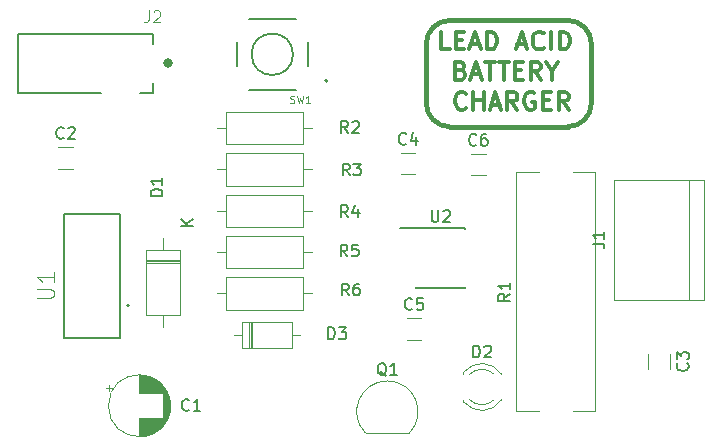
<source format=gbr>
G04 #@! TF.GenerationSoftware,KiCad,Pcbnew,(5.0.1)-3*
G04 #@! TF.CreationDate,2021-02-18T11:14:39+05:45*
G04 #@! TF.ProjectId,Battery-Charger,426174746572792D436861726765722E,rev?*
G04 #@! TF.SameCoordinates,Original*
G04 #@! TF.FileFunction,Legend,Top*
G04 #@! TF.FilePolarity,Positive*
%FSLAX46Y46*%
G04 Gerber Fmt 4.6, Leading zero omitted, Abs format (unit mm)*
G04 Created by KiCad (PCBNEW (5.0.1)-3) date 2/18/2021 11:14:39 AM*
%MOMM*%
%LPD*%
G01*
G04 APERTURE LIST*
%ADD10C,0.400000*%
%ADD11C,0.300000*%
%ADD12C,0.120000*%
%ADD13C,0.127000*%
%ADD14C,0.200000*%
%ADD15C,0.150000*%
%ADD16C,0.015000*%
G04 APERTURE END LIST*
D10*
X157780000Y-68880000D02*
X167780000Y-68880000D01*
X155780000Y-75880000D02*
X155780000Y-70880000D01*
X167780000Y-77880000D02*
X157780000Y-77880000D01*
X169780000Y-75880000D02*
X169780000Y-70880000D01*
X157780000Y-77880000D02*
G75*
G02X155780000Y-75880000I0J2000000D01*
G01*
X169780000Y-75880000D02*
G75*
G02X167780000Y-77880000I-2000000J0D01*
G01*
X167780000Y-68880000D02*
G75*
G02X169780000Y-70880000I0J-2000000D01*
G01*
X155780000Y-70880000D02*
G75*
G02X157780000Y-68880000I2000000J0D01*
G01*
D11*
X157790000Y-71338571D02*
X157075714Y-71338571D01*
X157075714Y-69838571D01*
X158290000Y-70552857D02*
X158790000Y-70552857D01*
X159004285Y-71338571D02*
X158290000Y-71338571D01*
X158290000Y-69838571D01*
X159004285Y-69838571D01*
X159575714Y-70910000D02*
X160290000Y-70910000D01*
X159432857Y-71338571D02*
X159932857Y-69838571D01*
X160432857Y-71338571D01*
X160932857Y-71338571D02*
X160932857Y-69838571D01*
X161290000Y-69838571D01*
X161504285Y-69910000D01*
X161647142Y-70052857D01*
X161718571Y-70195714D01*
X161790000Y-70481428D01*
X161790000Y-70695714D01*
X161718571Y-70981428D01*
X161647142Y-71124285D01*
X161504285Y-71267142D01*
X161290000Y-71338571D01*
X160932857Y-71338571D01*
X163504285Y-70910000D02*
X164218571Y-70910000D01*
X163361428Y-71338571D02*
X163861428Y-69838571D01*
X164361428Y-71338571D01*
X165718571Y-71195714D02*
X165647142Y-71267142D01*
X165432857Y-71338571D01*
X165290000Y-71338571D01*
X165075714Y-71267142D01*
X164932857Y-71124285D01*
X164861428Y-70981428D01*
X164790000Y-70695714D01*
X164790000Y-70481428D01*
X164861428Y-70195714D01*
X164932857Y-70052857D01*
X165075714Y-69910000D01*
X165290000Y-69838571D01*
X165432857Y-69838571D01*
X165647142Y-69910000D01*
X165718571Y-69981428D01*
X166361428Y-71338571D02*
X166361428Y-69838571D01*
X167075714Y-71338571D02*
X167075714Y-69838571D01*
X167432857Y-69838571D01*
X167647142Y-69910000D01*
X167790000Y-70052857D01*
X167861428Y-70195714D01*
X167932857Y-70481428D01*
X167932857Y-70695714D01*
X167861428Y-70981428D01*
X167790000Y-71124285D01*
X167647142Y-71267142D01*
X167432857Y-71338571D01*
X167075714Y-71338571D01*
X158718571Y-73102857D02*
X158932857Y-73174285D01*
X159004285Y-73245714D01*
X159075714Y-73388571D01*
X159075714Y-73602857D01*
X159004285Y-73745714D01*
X158932857Y-73817142D01*
X158790000Y-73888571D01*
X158218571Y-73888571D01*
X158218571Y-72388571D01*
X158718571Y-72388571D01*
X158861428Y-72460000D01*
X158932857Y-72531428D01*
X159004285Y-72674285D01*
X159004285Y-72817142D01*
X158932857Y-72960000D01*
X158861428Y-73031428D01*
X158718571Y-73102857D01*
X158218571Y-73102857D01*
X159647142Y-73460000D02*
X160361428Y-73460000D01*
X159504285Y-73888571D02*
X160004285Y-72388571D01*
X160504285Y-73888571D01*
X160790000Y-72388571D02*
X161647142Y-72388571D01*
X161218571Y-73888571D02*
X161218571Y-72388571D01*
X161932857Y-72388571D02*
X162790000Y-72388571D01*
X162361428Y-73888571D02*
X162361428Y-72388571D01*
X163290000Y-73102857D02*
X163790000Y-73102857D01*
X164004285Y-73888571D02*
X163290000Y-73888571D01*
X163290000Y-72388571D01*
X164004285Y-72388571D01*
X165504285Y-73888571D02*
X165004285Y-73174285D01*
X164647142Y-73888571D02*
X164647142Y-72388571D01*
X165218571Y-72388571D01*
X165361428Y-72460000D01*
X165432857Y-72531428D01*
X165504285Y-72674285D01*
X165504285Y-72888571D01*
X165432857Y-73031428D01*
X165361428Y-73102857D01*
X165218571Y-73174285D01*
X164647142Y-73174285D01*
X166432857Y-73174285D02*
X166432857Y-73888571D01*
X165932857Y-72388571D02*
X166432857Y-73174285D01*
X166932857Y-72388571D01*
X159147142Y-76295714D02*
X159075714Y-76367142D01*
X158861428Y-76438571D01*
X158718571Y-76438571D01*
X158504285Y-76367142D01*
X158361428Y-76224285D01*
X158290000Y-76081428D01*
X158218571Y-75795714D01*
X158218571Y-75581428D01*
X158290000Y-75295714D01*
X158361428Y-75152857D01*
X158504285Y-75010000D01*
X158718571Y-74938571D01*
X158861428Y-74938571D01*
X159075714Y-75010000D01*
X159147142Y-75081428D01*
X159790000Y-76438571D02*
X159790000Y-74938571D01*
X159790000Y-75652857D02*
X160647142Y-75652857D01*
X160647142Y-76438571D02*
X160647142Y-74938571D01*
X161290000Y-76010000D02*
X162004285Y-76010000D01*
X161147142Y-76438571D02*
X161647142Y-74938571D01*
X162147142Y-76438571D01*
X163504285Y-76438571D02*
X163004285Y-75724285D01*
X162647142Y-76438571D02*
X162647142Y-74938571D01*
X163218571Y-74938571D01*
X163361428Y-75010000D01*
X163432857Y-75081428D01*
X163504285Y-75224285D01*
X163504285Y-75438571D01*
X163432857Y-75581428D01*
X163361428Y-75652857D01*
X163218571Y-75724285D01*
X162647142Y-75724285D01*
X164932857Y-75010000D02*
X164790000Y-74938571D01*
X164575714Y-74938571D01*
X164361428Y-75010000D01*
X164218571Y-75152857D01*
X164147142Y-75295714D01*
X164075714Y-75581428D01*
X164075714Y-75795714D01*
X164147142Y-76081428D01*
X164218571Y-76224285D01*
X164361428Y-76367142D01*
X164575714Y-76438571D01*
X164718571Y-76438571D01*
X164932857Y-76367142D01*
X165004285Y-76295714D01*
X165004285Y-75795714D01*
X164718571Y-75795714D01*
X165647142Y-75652857D02*
X166147142Y-75652857D01*
X166361428Y-76438571D02*
X165647142Y-76438571D01*
X165647142Y-74938571D01*
X166361428Y-74938571D01*
X167861428Y-76438571D02*
X167361428Y-75724285D01*
X167004285Y-76438571D02*
X167004285Y-74938571D01*
X167575714Y-74938571D01*
X167718571Y-75010000D01*
X167790000Y-75081428D01*
X167861428Y-75224285D01*
X167861428Y-75438571D01*
X167790000Y-75581428D01*
X167718571Y-75652857D01*
X167575714Y-75724285D01*
X167004285Y-75724285D01*
D12*
G04 #@! TO.C,C1*
X128945225Y-99775000D02*
X128945225Y-100275000D01*
X128695225Y-100025000D02*
X129195225Y-100025000D01*
X134101000Y-101216000D02*
X134101000Y-101784000D01*
X134061000Y-100982000D02*
X134061000Y-102018000D01*
X134021000Y-100823000D02*
X134021000Y-102177000D01*
X133981000Y-100695000D02*
X133981000Y-102305000D01*
X133941000Y-100585000D02*
X133941000Y-102415000D01*
X133901000Y-100489000D02*
X133901000Y-102511000D01*
X133861000Y-100402000D02*
X133861000Y-102598000D01*
X133821000Y-100322000D02*
X133821000Y-102678000D01*
X133781000Y-100249000D02*
X133781000Y-102751000D01*
X133741000Y-100181000D02*
X133741000Y-102819000D01*
X133701000Y-100117000D02*
X133701000Y-102883000D01*
X133661000Y-100057000D02*
X133661000Y-102943000D01*
X133621000Y-100000000D02*
X133621000Y-103000000D01*
X133581000Y-99946000D02*
X133581000Y-103054000D01*
X133541000Y-99895000D02*
X133541000Y-103105000D01*
X133501000Y-102540000D02*
X133501000Y-103153000D01*
X133501000Y-99847000D02*
X133501000Y-100460000D01*
X133461000Y-102540000D02*
X133461000Y-103199000D01*
X133461000Y-99801000D02*
X133461000Y-100460000D01*
X133421000Y-102540000D02*
X133421000Y-103243000D01*
X133421000Y-99757000D02*
X133421000Y-100460000D01*
X133381000Y-102540000D02*
X133381000Y-103285000D01*
X133381000Y-99715000D02*
X133381000Y-100460000D01*
X133341000Y-102540000D02*
X133341000Y-103326000D01*
X133341000Y-99674000D02*
X133341000Y-100460000D01*
X133301000Y-102540000D02*
X133301000Y-103364000D01*
X133301000Y-99636000D02*
X133301000Y-100460000D01*
X133261000Y-102540000D02*
X133261000Y-103401000D01*
X133261000Y-99599000D02*
X133261000Y-100460000D01*
X133221000Y-102540000D02*
X133221000Y-103437000D01*
X133221000Y-99563000D02*
X133221000Y-100460000D01*
X133181000Y-102540000D02*
X133181000Y-103471000D01*
X133181000Y-99529000D02*
X133181000Y-100460000D01*
X133141000Y-102540000D02*
X133141000Y-103504000D01*
X133141000Y-99496000D02*
X133141000Y-100460000D01*
X133101000Y-102540000D02*
X133101000Y-103535000D01*
X133101000Y-99465000D02*
X133101000Y-100460000D01*
X133061000Y-102540000D02*
X133061000Y-103565000D01*
X133061000Y-99435000D02*
X133061000Y-100460000D01*
X133021000Y-102540000D02*
X133021000Y-103595000D01*
X133021000Y-99405000D02*
X133021000Y-100460000D01*
X132981000Y-102540000D02*
X132981000Y-103622000D01*
X132981000Y-99378000D02*
X132981000Y-100460000D01*
X132941000Y-102540000D02*
X132941000Y-103649000D01*
X132941000Y-99351000D02*
X132941000Y-100460000D01*
X132901000Y-102540000D02*
X132901000Y-103675000D01*
X132901000Y-99325000D02*
X132901000Y-100460000D01*
X132861000Y-102540000D02*
X132861000Y-103700000D01*
X132861000Y-99300000D02*
X132861000Y-100460000D01*
X132821000Y-102540000D02*
X132821000Y-103724000D01*
X132821000Y-99276000D02*
X132821000Y-100460000D01*
X132781000Y-102540000D02*
X132781000Y-103747000D01*
X132781000Y-99253000D02*
X132781000Y-100460000D01*
X132741000Y-102540000D02*
X132741000Y-103768000D01*
X132741000Y-99232000D02*
X132741000Y-100460000D01*
X132701000Y-102540000D02*
X132701000Y-103790000D01*
X132701000Y-99210000D02*
X132701000Y-100460000D01*
X132661000Y-102540000D02*
X132661000Y-103810000D01*
X132661000Y-99190000D02*
X132661000Y-100460000D01*
X132621000Y-102540000D02*
X132621000Y-103829000D01*
X132621000Y-99171000D02*
X132621000Y-100460000D01*
X132581000Y-102540000D02*
X132581000Y-103848000D01*
X132581000Y-99152000D02*
X132581000Y-100460000D01*
X132541000Y-102540000D02*
X132541000Y-103865000D01*
X132541000Y-99135000D02*
X132541000Y-100460000D01*
X132501000Y-102540000D02*
X132501000Y-103882000D01*
X132501000Y-99118000D02*
X132501000Y-100460000D01*
X132461000Y-102540000D02*
X132461000Y-103898000D01*
X132461000Y-99102000D02*
X132461000Y-100460000D01*
X132421000Y-102540000D02*
X132421000Y-103914000D01*
X132421000Y-99086000D02*
X132421000Y-100460000D01*
X132381000Y-102540000D02*
X132381000Y-103928000D01*
X132381000Y-99072000D02*
X132381000Y-100460000D01*
X132341000Y-102540000D02*
X132341000Y-103942000D01*
X132341000Y-99058000D02*
X132341000Y-100460000D01*
X132301000Y-102540000D02*
X132301000Y-103955000D01*
X132301000Y-99045000D02*
X132301000Y-100460000D01*
X132261000Y-102540000D02*
X132261000Y-103968000D01*
X132261000Y-99032000D02*
X132261000Y-100460000D01*
X132221000Y-102540000D02*
X132221000Y-103980000D01*
X132221000Y-99020000D02*
X132221000Y-100460000D01*
X132180000Y-102540000D02*
X132180000Y-103991000D01*
X132180000Y-99009000D02*
X132180000Y-100460000D01*
X132140000Y-102540000D02*
X132140000Y-104001000D01*
X132140000Y-98999000D02*
X132140000Y-100460000D01*
X132100000Y-102540000D02*
X132100000Y-104011000D01*
X132100000Y-98989000D02*
X132100000Y-100460000D01*
X132060000Y-102540000D02*
X132060000Y-104020000D01*
X132060000Y-98980000D02*
X132060000Y-100460000D01*
X132020000Y-102540000D02*
X132020000Y-104028000D01*
X132020000Y-98972000D02*
X132020000Y-100460000D01*
X131980000Y-102540000D02*
X131980000Y-104036000D01*
X131980000Y-98964000D02*
X131980000Y-100460000D01*
X131940000Y-102540000D02*
X131940000Y-104043000D01*
X131940000Y-98957000D02*
X131940000Y-100460000D01*
X131900000Y-102540000D02*
X131900000Y-104050000D01*
X131900000Y-98950000D02*
X131900000Y-100460000D01*
X131860000Y-102540000D02*
X131860000Y-104056000D01*
X131860000Y-98944000D02*
X131860000Y-100460000D01*
X131820000Y-102540000D02*
X131820000Y-104061000D01*
X131820000Y-98939000D02*
X131820000Y-100460000D01*
X131780000Y-102540000D02*
X131780000Y-104065000D01*
X131780000Y-98935000D02*
X131780000Y-100460000D01*
X131740000Y-102540000D02*
X131740000Y-104069000D01*
X131740000Y-98931000D02*
X131740000Y-100460000D01*
X131700000Y-102540000D02*
X131700000Y-104073000D01*
X131700000Y-98927000D02*
X131700000Y-100460000D01*
X131660000Y-102540000D02*
X131660000Y-104076000D01*
X131660000Y-98924000D02*
X131660000Y-100460000D01*
X131620000Y-102540000D02*
X131620000Y-104078000D01*
X131620000Y-98922000D02*
X131620000Y-100460000D01*
X131580000Y-102540000D02*
X131580000Y-104079000D01*
X131580000Y-98921000D02*
X131580000Y-100460000D01*
X131540000Y-98920000D02*
X131540000Y-100460000D01*
X131540000Y-102540000D02*
X131540000Y-104080000D01*
X131500000Y-98920000D02*
X131500000Y-100460000D01*
X131500000Y-102540000D02*
X131500000Y-104080000D01*
X134120000Y-101500000D02*
G75*
G03X134120000Y-101500000I-2620000J0D01*
G01*
G04 #@! TO.C,D1*
X134970000Y-88360000D02*
X132030000Y-88360000D01*
X132030000Y-88360000D02*
X132030000Y-93800000D01*
X132030000Y-93800000D02*
X134970000Y-93800000D01*
X134970000Y-93800000D02*
X134970000Y-88360000D01*
X133500000Y-87340000D02*
X133500000Y-88360000D01*
X133500000Y-94820000D02*
X133500000Y-93800000D01*
X134970000Y-89260000D02*
X132030000Y-89260000D01*
X134970000Y-89380000D02*
X132030000Y-89380000D01*
X134970000Y-89140000D02*
X132030000Y-89140000D01*
G04 #@! TO.C,D2*
X162172335Y-98841392D02*
G75*
G03X158940000Y-98684484I-1672335J-1078608D01*
G01*
X162172335Y-100998608D02*
G75*
G02X158940000Y-101155516I-1672335J1078608D01*
G01*
X161541130Y-98840163D02*
G75*
G03X159459039Y-98840000I-1041130J-1079837D01*
G01*
X161541130Y-100999837D02*
G75*
G02X159459039Y-101000000I-1041130J1079837D01*
G01*
X158940000Y-98684000D02*
X158940000Y-98840000D01*
X158940000Y-101000000D02*
X158940000Y-101156000D01*
G04 #@! TO.C,D3*
X140190000Y-94380000D02*
X140190000Y-96620000D01*
X140190000Y-96620000D02*
X144430000Y-96620000D01*
X144430000Y-96620000D02*
X144430000Y-94380000D01*
X144430000Y-94380000D02*
X140190000Y-94380000D01*
X139540000Y-95500000D02*
X140190000Y-95500000D01*
X145080000Y-95500000D02*
X144430000Y-95500000D01*
X140910000Y-94380000D02*
X140910000Y-96620000D01*
X141030000Y-94380000D02*
X141030000Y-96620000D01*
X140790000Y-94380000D02*
X140790000Y-96620000D01*
G04 #@! TO.C,J1*
X178040000Y-82380000D02*
X178040000Y-92540000D01*
X179310000Y-82380000D02*
X171690000Y-82380000D01*
X171690000Y-82380000D02*
X171690000Y-92540000D01*
X171690000Y-92540000D02*
X179310000Y-92540000D01*
X179310000Y-92540000D02*
X179310000Y-82380000D01*
D13*
G04 #@! TO.C,J2*
X121220000Y-75000000D02*
X121220000Y-70000000D01*
X121220000Y-70000000D02*
X132620000Y-70000000D01*
X132620000Y-75000000D02*
X131570000Y-75000000D01*
X132620000Y-70000000D02*
X132620000Y-70850000D01*
X128270000Y-75000000D02*
X121220000Y-75000000D01*
X132620000Y-74150000D02*
X132620000Y-75000000D01*
D10*
X134120000Y-72500000D02*
G75*
G03X134120000Y-72500000I-200000J0D01*
G01*
D12*
G04 #@! TO.C,Q1*
X150700000Y-103850000D02*
X154300000Y-103850000D01*
X150661522Y-103838478D02*
G75*
G02X152500000Y-99400000I1838478J1838478D01*
G01*
X154338478Y-103838478D02*
G75*
G03X152500000Y-99400000I-1838478J1838478D01*
G01*
G04 #@! TO.C,R2*
X146120000Y-78000000D02*
X145350000Y-78000000D01*
X138040000Y-78000000D02*
X138810000Y-78000000D01*
X145350000Y-76630000D02*
X138810000Y-76630000D01*
X145350000Y-79370000D02*
X145350000Y-76630000D01*
X138810000Y-79370000D02*
X145350000Y-79370000D01*
X138810000Y-76630000D02*
X138810000Y-79370000D01*
G04 #@! TO.C,R3*
X138810000Y-80130000D02*
X138810000Y-82870000D01*
X138810000Y-82870000D02*
X145350000Y-82870000D01*
X145350000Y-82870000D02*
X145350000Y-80130000D01*
X145350000Y-80130000D02*
X138810000Y-80130000D01*
X138040000Y-81500000D02*
X138810000Y-81500000D01*
X146120000Y-81500000D02*
X145350000Y-81500000D01*
G04 #@! TO.C,R4*
X138810000Y-83630000D02*
X138810000Y-86370000D01*
X138810000Y-86370000D02*
X145350000Y-86370000D01*
X145350000Y-86370000D02*
X145350000Y-83630000D01*
X145350000Y-83630000D02*
X138810000Y-83630000D01*
X138040000Y-85000000D02*
X138810000Y-85000000D01*
X146120000Y-85000000D02*
X145350000Y-85000000D01*
G04 #@! TO.C,R5*
X138810000Y-87130000D02*
X138810000Y-89870000D01*
X138810000Y-89870000D02*
X145350000Y-89870000D01*
X145350000Y-89870000D02*
X145350000Y-87130000D01*
X145350000Y-87130000D02*
X138810000Y-87130000D01*
X138040000Y-88500000D02*
X138810000Y-88500000D01*
X146120000Y-88500000D02*
X145350000Y-88500000D01*
G04 #@! TO.C,R6*
X146120000Y-92000000D02*
X145350000Y-92000000D01*
X138040000Y-92000000D02*
X138810000Y-92000000D01*
X145350000Y-90630000D02*
X138810000Y-90630000D01*
X145350000Y-93370000D02*
X145350000Y-90630000D01*
X138810000Y-93370000D02*
X145350000Y-93370000D01*
X138810000Y-90630000D02*
X138810000Y-93370000D01*
D13*
G04 #@! TO.C,U1*
X125140000Y-95770000D02*
X129840000Y-95770000D01*
X129840000Y-95770000D02*
X129840000Y-85230000D01*
X129840000Y-85230000D02*
X125140000Y-85230000D01*
X125140000Y-85230000D02*
X125140000Y-95770000D01*
D14*
X130640000Y-93040000D02*
G75*
G03X130640000Y-93040000I-100000J0D01*
G01*
D15*
G04 #@! TO.C,U2*
X154925000Y-86425000D02*
X154925000Y-86475000D01*
X159075000Y-86425000D02*
X159075000Y-86570000D01*
X159075000Y-91575000D02*
X159075000Y-91430000D01*
X154925000Y-91575000D02*
X154925000Y-91430000D01*
X154925000Y-86425000D02*
X159075000Y-86425000D01*
X154925000Y-91575000D02*
X159075000Y-91575000D01*
X154925000Y-86475000D02*
X153525000Y-86475000D01*
D12*
G04 #@! TO.C,C2*
X124621000Y-79580000D02*
X125879000Y-79580000D01*
X124621000Y-81420000D02*
X125879000Y-81420000D01*
G04 #@! TO.C,C3*
X176420000Y-97121000D02*
X176420000Y-98379000D01*
X174580000Y-97121000D02*
X174580000Y-98379000D01*
G04 #@! TO.C,C4*
X153621000Y-81920000D02*
X154879000Y-81920000D01*
X153621000Y-80080000D02*
X154879000Y-80080000D01*
D13*
G04 #@! TO.C,SW1*
X144750000Y-74745000D02*
X140750000Y-74745000D01*
X139755000Y-72750000D02*
X139755000Y-70750000D01*
X140750000Y-68755000D02*
X144750000Y-68755000D01*
X145745000Y-72750000D02*
X145745000Y-70750000D01*
X144505000Y-71750000D02*
G75*
G03X144505000Y-71750000I-1755000J0D01*
G01*
D14*
X147422000Y-74000000D02*
G75*
G03X147422000Y-74000000I-100000J0D01*
G01*
D12*
G04 #@! TO.C,R1*
X165310000Y-101990000D02*
X163430000Y-101990000D01*
X163430000Y-101990000D02*
X163430000Y-81750000D01*
X163430000Y-81750000D02*
X165310000Y-81750000D01*
X168190000Y-101990000D02*
X170070000Y-101990000D01*
X170070000Y-101990000D02*
X170070000Y-81750000D01*
X170070000Y-81750000D02*
X168190000Y-81750000D01*
G04 #@! TO.C,C5*
X154121000Y-95920000D02*
X155379000Y-95920000D01*
X154121000Y-94080000D02*
X155379000Y-94080000D01*
G04 #@! TO.C,C6*
X159561000Y-80170000D02*
X160819000Y-80170000D01*
X159561000Y-82010000D02*
X160819000Y-82010000D01*
G04 #@! TO.C,C1*
D15*
X135703333Y-101847142D02*
X135655714Y-101894761D01*
X135512857Y-101942380D01*
X135417619Y-101942380D01*
X135274761Y-101894761D01*
X135179523Y-101799523D01*
X135131904Y-101704285D01*
X135084285Y-101513809D01*
X135084285Y-101370952D01*
X135131904Y-101180476D01*
X135179523Y-101085238D01*
X135274761Y-100990000D01*
X135417619Y-100942380D01*
X135512857Y-100942380D01*
X135655714Y-100990000D01*
X135703333Y-101037619D01*
X136655714Y-101942380D02*
X136084285Y-101942380D01*
X136370000Y-101942380D02*
X136370000Y-100942380D01*
X136274761Y-101085238D01*
X136179523Y-101180476D01*
X136084285Y-101228095D01*
G04 #@! TO.C,D1*
X133452380Y-83738095D02*
X132452380Y-83738095D01*
X132452380Y-83500000D01*
X132500000Y-83357142D01*
X132595238Y-83261904D01*
X132690476Y-83214285D01*
X132880952Y-83166666D01*
X133023809Y-83166666D01*
X133214285Y-83214285D01*
X133309523Y-83261904D01*
X133404761Y-83357142D01*
X133452380Y-83500000D01*
X133452380Y-83738095D01*
X133452380Y-82214285D02*
X133452380Y-82785714D01*
X133452380Y-82500000D02*
X132452380Y-82500000D01*
X132595238Y-82595238D01*
X132690476Y-82690476D01*
X132738095Y-82785714D01*
X136052380Y-86261904D02*
X135052380Y-86261904D01*
X136052380Y-85690476D02*
X135480952Y-86119047D01*
X135052380Y-85690476D02*
X135623809Y-86261904D01*
G04 #@! TO.C,D2*
X159761904Y-97412380D02*
X159761904Y-96412380D01*
X160000000Y-96412380D01*
X160142857Y-96460000D01*
X160238095Y-96555238D01*
X160285714Y-96650476D01*
X160333333Y-96840952D01*
X160333333Y-96983809D01*
X160285714Y-97174285D01*
X160238095Y-97269523D01*
X160142857Y-97364761D01*
X160000000Y-97412380D01*
X159761904Y-97412380D01*
X160714285Y-96507619D02*
X160761904Y-96460000D01*
X160857142Y-96412380D01*
X161095238Y-96412380D01*
X161190476Y-96460000D01*
X161238095Y-96507619D01*
X161285714Y-96602857D01*
X161285714Y-96698095D01*
X161238095Y-96840952D01*
X160666666Y-97412380D01*
X161285714Y-97412380D01*
G04 #@! TO.C,D3*
X147481904Y-95862380D02*
X147481904Y-94862380D01*
X147720000Y-94862380D01*
X147862857Y-94910000D01*
X147958095Y-95005238D01*
X148005714Y-95100476D01*
X148053333Y-95290952D01*
X148053333Y-95433809D01*
X148005714Y-95624285D01*
X147958095Y-95719523D01*
X147862857Y-95814761D01*
X147720000Y-95862380D01*
X147481904Y-95862380D01*
X148386666Y-94862380D02*
X149005714Y-94862380D01*
X148672380Y-95243333D01*
X148815238Y-95243333D01*
X148910476Y-95290952D01*
X148958095Y-95338571D01*
X149005714Y-95433809D01*
X149005714Y-95671904D01*
X148958095Y-95767142D01*
X148910476Y-95814761D01*
X148815238Y-95862380D01*
X148529523Y-95862380D01*
X148434285Y-95814761D01*
X148386666Y-95767142D01*
G04 #@! TO.C,J1*
X169872380Y-87793333D02*
X170586666Y-87793333D01*
X170729523Y-87840952D01*
X170824761Y-87936190D01*
X170872380Y-88079047D01*
X170872380Y-88174285D01*
X170872380Y-86793333D02*
X170872380Y-87364761D01*
X170872380Y-87079047D02*
X169872380Y-87079047D01*
X170015238Y-87174285D01*
X170110476Y-87269523D01*
X170158095Y-87364761D01*
G04 #@! TO.C,J2*
D16*
X132286367Y-68041889D02*
X132286367Y-68756816D01*
X132238705Y-68899801D01*
X132143381Y-68995125D01*
X132000396Y-69042787D01*
X131905072Y-69042787D01*
X132715323Y-68137212D02*
X132762985Y-68089551D01*
X132858309Y-68041889D01*
X133096618Y-68041889D01*
X133191941Y-68089551D01*
X133239603Y-68137212D01*
X133287265Y-68232536D01*
X133287265Y-68327860D01*
X133239603Y-68470845D01*
X132667661Y-69042787D01*
X133287265Y-69042787D01*
G04 #@! TO.C,Q1*
D15*
X152404761Y-98987619D02*
X152309523Y-98940000D01*
X152214285Y-98844761D01*
X152071428Y-98701904D01*
X151976190Y-98654285D01*
X151880952Y-98654285D01*
X151928571Y-98892380D02*
X151833333Y-98844761D01*
X151738095Y-98749523D01*
X151690476Y-98559047D01*
X151690476Y-98225714D01*
X151738095Y-98035238D01*
X151833333Y-97940000D01*
X151928571Y-97892380D01*
X152119047Y-97892380D01*
X152214285Y-97940000D01*
X152309523Y-98035238D01*
X152357142Y-98225714D01*
X152357142Y-98559047D01*
X152309523Y-98749523D01*
X152214285Y-98844761D01*
X152119047Y-98892380D01*
X151928571Y-98892380D01*
X153309523Y-98892380D02*
X152738095Y-98892380D01*
X153023809Y-98892380D02*
X153023809Y-97892380D01*
X152928571Y-98035238D01*
X152833333Y-98130476D01*
X152738095Y-98178095D01*
G04 #@! TO.C,R2*
X149163333Y-78412380D02*
X148830000Y-77936190D01*
X148591904Y-78412380D02*
X148591904Y-77412380D01*
X148972857Y-77412380D01*
X149068095Y-77460000D01*
X149115714Y-77507619D01*
X149163333Y-77602857D01*
X149163333Y-77745714D01*
X149115714Y-77840952D01*
X149068095Y-77888571D01*
X148972857Y-77936190D01*
X148591904Y-77936190D01*
X149544285Y-77507619D02*
X149591904Y-77460000D01*
X149687142Y-77412380D01*
X149925238Y-77412380D01*
X150020476Y-77460000D01*
X150068095Y-77507619D01*
X150115714Y-77602857D01*
X150115714Y-77698095D01*
X150068095Y-77840952D01*
X149496666Y-78412380D01*
X150115714Y-78412380D01*
G04 #@! TO.C,R3*
X149293333Y-82012380D02*
X148960000Y-81536190D01*
X148721904Y-82012380D02*
X148721904Y-81012380D01*
X149102857Y-81012380D01*
X149198095Y-81060000D01*
X149245714Y-81107619D01*
X149293333Y-81202857D01*
X149293333Y-81345714D01*
X149245714Y-81440952D01*
X149198095Y-81488571D01*
X149102857Y-81536190D01*
X148721904Y-81536190D01*
X149626666Y-81012380D02*
X150245714Y-81012380D01*
X149912380Y-81393333D01*
X150055238Y-81393333D01*
X150150476Y-81440952D01*
X150198095Y-81488571D01*
X150245714Y-81583809D01*
X150245714Y-81821904D01*
X150198095Y-81917142D01*
X150150476Y-81964761D01*
X150055238Y-82012380D01*
X149769523Y-82012380D01*
X149674285Y-81964761D01*
X149626666Y-81917142D01*
G04 #@! TO.C,R4*
X149163333Y-85552380D02*
X148830000Y-85076190D01*
X148591904Y-85552380D02*
X148591904Y-84552380D01*
X148972857Y-84552380D01*
X149068095Y-84600000D01*
X149115714Y-84647619D01*
X149163333Y-84742857D01*
X149163333Y-84885714D01*
X149115714Y-84980952D01*
X149068095Y-85028571D01*
X148972857Y-85076190D01*
X148591904Y-85076190D01*
X150020476Y-84885714D02*
X150020476Y-85552380D01*
X149782380Y-84504761D02*
X149544285Y-85219047D01*
X150163333Y-85219047D01*
G04 #@! TO.C,R5*
X149103333Y-88862380D02*
X148770000Y-88386190D01*
X148531904Y-88862380D02*
X148531904Y-87862380D01*
X148912857Y-87862380D01*
X149008095Y-87910000D01*
X149055714Y-87957619D01*
X149103333Y-88052857D01*
X149103333Y-88195714D01*
X149055714Y-88290952D01*
X149008095Y-88338571D01*
X148912857Y-88386190D01*
X148531904Y-88386190D01*
X150008095Y-87862380D02*
X149531904Y-87862380D01*
X149484285Y-88338571D01*
X149531904Y-88290952D01*
X149627142Y-88243333D01*
X149865238Y-88243333D01*
X149960476Y-88290952D01*
X150008095Y-88338571D01*
X150055714Y-88433809D01*
X150055714Y-88671904D01*
X150008095Y-88767142D01*
X149960476Y-88814761D01*
X149865238Y-88862380D01*
X149627142Y-88862380D01*
X149531904Y-88814761D01*
X149484285Y-88767142D01*
G04 #@! TO.C,R6*
X149233333Y-92172380D02*
X148900000Y-91696190D01*
X148661904Y-92172380D02*
X148661904Y-91172380D01*
X149042857Y-91172380D01*
X149138095Y-91220000D01*
X149185714Y-91267619D01*
X149233333Y-91362857D01*
X149233333Y-91505714D01*
X149185714Y-91600952D01*
X149138095Y-91648571D01*
X149042857Y-91696190D01*
X148661904Y-91696190D01*
X150090476Y-91172380D02*
X149900000Y-91172380D01*
X149804761Y-91220000D01*
X149757142Y-91267619D01*
X149661904Y-91410476D01*
X149614285Y-91600952D01*
X149614285Y-91981904D01*
X149661904Y-92077142D01*
X149709523Y-92124761D01*
X149804761Y-92172380D01*
X149995238Y-92172380D01*
X150090476Y-92124761D01*
X150138095Y-92077142D01*
X150185714Y-91981904D01*
X150185714Y-91743809D01*
X150138095Y-91648571D01*
X150090476Y-91600952D01*
X149995238Y-91553333D01*
X149804761Y-91553333D01*
X149709523Y-91600952D01*
X149661904Y-91648571D01*
X149614285Y-91743809D01*
G04 #@! TO.C,U1*
D16*
X122834333Y-92401666D02*
X123967666Y-92401666D01*
X124101000Y-92335000D01*
X124167666Y-92268333D01*
X124234333Y-92135000D01*
X124234333Y-91868333D01*
X124167666Y-91735000D01*
X124101000Y-91668333D01*
X123967666Y-91601666D01*
X122834333Y-91601666D01*
X124234333Y-90201666D02*
X124234333Y-91001666D01*
X124234333Y-90601666D02*
X122834333Y-90601666D01*
X123034333Y-90735000D01*
X123167666Y-90868333D01*
X123234333Y-91001666D01*
G04 #@! TO.C,U2*
D15*
X156238095Y-84952380D02*
X156238095Y-85761904D01*
X156285714Y-85857142D01*
X156333333Y-85904761D01*
X156428571Y-85952380D01*
X156619047Y-85952380D01*
X156714285Y-85904761D01*
X156761904Y-85857142D01*
X156809523Y-85761904D01*
X156809523Y-84952380D01*
X157238095Y-85047619D02*
X157285714Y-85000000D01*
X157380952Y-84952380D01*
X157619047Y-84952380D01*
X157714285Y-85000000D01*
X157761904Y-85047619D01*
X157809523Y-85142857D01*
X157809523Y-85238095D01*
X157761904Y-85380952D01*
X157190476Y-85952380D01*
X157809523Y-85952380D01*
G04 #@! TO.C,C2*
X125083333Y-78807142D02*
X125035714Y-78854761D01*
X124892857Y-78902380D01*
X124797619Y-78902380D01*
X124654761Y-78854761D01*
X124559523Y-78759523D01*
X124511904Y-78664285D01*
X124464285Y-78473809D01*
X124464285Y-78330952D01*
X124511904Y-78140476D01*
X124559523Y-78045238D01*
X124654761Y-77950000D01*
X124797619Y-77902380D01*
X124892857Y-77902380D01*
X125035714Y-77950000D01*
X125083333Y-77997619D01*
X125464285Y-77997619D02*
X125511904Y-77950000D01*
X125607142Y-77902380D01*
X125845238Y-77902380D01*
X125940476Y-77950000D01*
X125988095Y-77997619D01*
X126035714Y-78092857D01*
X126035714Y-78188095D01*
X125988095Y-78330952D01*
X125416666Y-78902380D01*
X126035714Y-78902380D01*
G04 #@! TO.C,C3*
X177907142Y-97916666D02*
X177954761Y-97964285D01*
X178002380Y-98107142D01*
X178002380Y-98202380D01*
X177954761Y-98345238D01*
X177859523Y-98440476D01*
X177764285Y-98488095D01*
X177573809Y-98535714D01*
X177430952Y-98535714D01*
X177240476Y-98488095D01*
X177145238Y-98440476D01*
X177050000Y-98345238D01*
X177002380Y-98202380D01*
X177002380Y-98107142D01*
X177050000Y-97964285D01*
X177097619Y-97916666D01*
X177002380Y-97583333D02*
X177002380Y-96964285D01*
X177383333Y-97297619D01*
X177383333Y-97154761D01*
X177430952Y-97059523D01*
X177478571Y-97011904D01*
X177573809Y-96964285D01*
X177811904Y-96964285D01*
X177907142Y-97011904D01*
X177954761Y-97059523D01*
X178002380Y-97154761D01*
X178002380Y-97440476D01*
X177954761Y-97535714D01*
X177907142Y-97583333D01*
G04 #@! TO.C,C4*
X154083333Y-79307142D02*
X154035714Y-79354761D01*
X153892857Y-79402380D01*
X153797619Y-79402380D01*
X153654761Y-79354761D01*
X153559523Y-79259523D01*
X153511904Y-79164285D01*
X153464285Y-78973809D01*
X153464285Y-78830952D01*
X153511904Y-78640476D01*
X153559523Y-78545238D01*
X153654761Y-78450000D01*
X153797619Y-78402380D01*
X153892857Y-78402380D01*
X154035714Y-78450000D01*
X154083333Y-78497619D01*
X154940476Y-78735714D02*
X154940476Y-79402380D01*
X154702380Y-78354761D02*
X154464285Y-79069047D01*
X155083333Y-79069047D01*
G04 #@! TO.C,SW1*
D16*
X144267871Y-75847343D02*
X144357976Y-75877378D01*
X144508150Y-75877378D01*
X144568220Y-75847343D01*
X144598255Y-75817308D01*
X144628290Y-75757238D01*
X144628290Y-75697168D01*
X144598255Y-75637098D01*
X144568220Y-75607063D01*
X144508150Y-75577028D01*
X144388011Y-75546993D01*
X144327941Y-75516958D01*
X144297906Y-75486923D01*
X144267871Y-75426853D01*
X144267871Y-75366783D01*
X144297906Y-75306713D01*
X144327941Y-75276679D01*
X144388011Y-75246644D01*
X144538185Y-75246644D01*
X144628290Y-75276679D01*
X144838535Y-75246644D02*
X144988710Y-75877378D01*
X145108850Y-75426853D01*
X145228989Y-75877378D01*
X145379164Y-75246644D01*
X145949828Y-75877378D02*
X145589409Y-75877378D01*
X145769618Y-75877378D02*
X145769618Y-75246644D01*
X145709549Y-75336748D01*
X145649479Y-75396818D01*
X145589409Y-75426853D01*
G04 #@! TO.C,R1*
D15*
X162882380Y-92036666D02*
X162406190Y-92370000D01*
X162882380Y-92608095D02*
X161882380Y-92608095D01*
X161882380Y-92227142D01*
X161930000Y-92131904D01*
X161977619Y-92084285D01*
X162072857Y-92036666D01*
X162215714Y-92036666D01*
X162310952Y-92084285D01*
X162358571Y-92131904D01*
X162406190Y-92227142D01*
X162406190Y-92608095D01*
X162882380Y-91084285D02*
X162882380Y-91655714D01*
X162882380Y-91370000D02*
X161882380Y-91370000D01*
X162025238Y-91465238D01*
X162120476Y-91560476D01*
X162168095Y-91655714D01*
G04 #@! TO.C,C5*
X154583333Y-93307142D02*
X154535714Y-93354761D01*
X154392857Y-93402380D01*
X154297619Y-93402380D01*
X154154761Y-93354761D01*
X154059523Y-93259523D01*
X154011904Y-93164285D01*
X153964285Y-92973809D01*
X153964285Y-92830952D01*
X154011904Y-92640476D01*
X154059523Y-92545238D01*
X154154761Y-92450000D01*
X154297619Y-92402380D01*
X154392857Y-92402380D01*
X154535714Y-92450000D01*
X154583333Y-92497619D01*
X155488095Y-92402380D02*
X155011904Y-92402380D01*
X154964285Y-92878571D01*
X155011904Y-92830952D01*
X155107142Y-92783333D01*
X155345238Y-92783333D01*
X155440476Y-92830952D01*
X155488095Y-92878571D01*
X155535714Y-92973809D01*
X155535714Y-93211904D01*
X155488095Y-93307142D01*
X155440476Y-93354761D01*
X155345238Y-93402380D01*
X155107142Y-93402380D01*
X155011904Y-93354761D01*
X154964285Y-93307142D01*
G04 #@! TO.C,C6*
X160023333Y-79397142D02*
X159975714Y-79444761D01*
X159832857Y-79492380D01*
X159737619Y-79492380D01*
X159594761Y-79444761D01*
X159499523Y-79349523D01*
X159451904Y-79254285D01*
X159404285Y-79063809D01*
X159404285Y-78920952D01*
X159451904Y-78730476D01*
X159499523Y-78635238D01*
X159594761Y-78540000D01*
X159737619Y-78492380D01*
X159832857Y-78492380D01*
X159975714Y-78540000D01*
X160023333Y-78587619D01*
X160880476Y-78492380D02*
X160690000Y-78492380D01*
X160594761Y-78540000D01*
X160547142Y-78587619D01*
X160451904Y-78730476D01*
X160404285Y-78920952D01*
X160404285Y-79301904D01*
X160451904Y-79397142D01*
X160499523Y-79444761D01*
X160594761Y-79492380D01*
X160785238Y-79492380D01*
X160880476Y-79444761D01*
X160928095Y-79397142D01*
X160975714Y-79301904D01*
X160975714Y-79063809D01*
X160928095Y-78968571D01*
X160880476Y-78920952D01*
X160785238Y-78873333D01*
X160594761Y-78873333D01*
X160499523Y-78920952D01*
X160451904Y-78968571D01*
X160404285Y-79063809D01*
G04 #@! TD*
M02*

</source>
